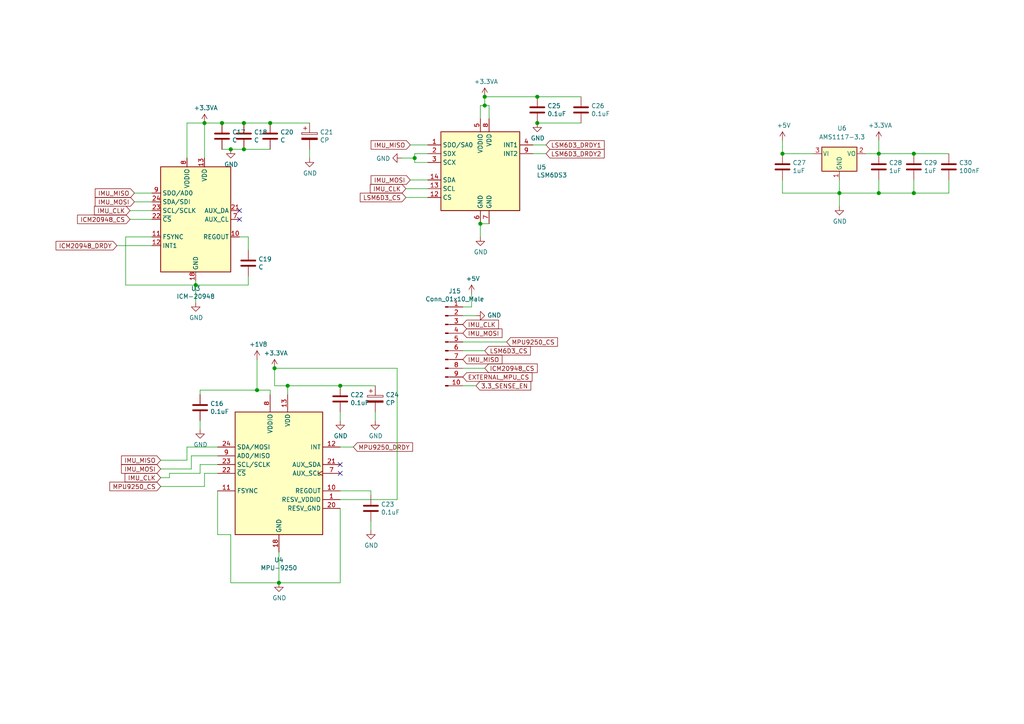
<source format=kicad_sch>
(kicad_sch (version 20200828) (generator eeschema)
  (page 6 11)
  (paper "A4")
  (lib_symbols
    (symbol "Connector:Conn_01x10_Male" (pin_names (offset 1.016) hide)
      (property "Reference" "J" (at 0 12.7 0))
      (property "Value" "Conn_01x10_Male" (at 0 -15.24 0))
      (symbol "Conn_01x10_Male_1_1"
        (rectangle (start 0.8636 -12.573) (end 0 -12.827) (stroke (width 0.1524)) (fill (type outline)))
        (rectangle (start 0.8636 -10.033) (end 0 -10.287) (stroke (width 0.1524)) (fill (type outline)))
        (rectangle (start 0.8636 -7.493) (end 0 -7.747) (stroke (width 0.1524)) (fill (type outline)))
        (rectangle (start 0.8636 -4.953) (end 0 -5.207) (stroke (width 0.1524)) (fill (type outline)))
        (rectangle (start 0.8636 -2.413) (end 0 -2.667) (stroke (width 0.1524)) (fill (type outline)))
        (rectangle (start 0.8636 0.127) (end 0 -0.127) (stroke (width 0.1524)) (fill (type outline)))
        (rectangle (start 0.8636 2.667) (end 0 2.413) (stroke (width 0.1524)) (fill (type outline)))
        (rectangle (start 0.8636 5.207) (end 0 4.953) (stroke (width 0.1524)) (fill (type outline)))
        (rectangle (start 0.8636 7.747) (end 0 7.493) (stroke (width 0.1524)) (fill (type outline)))
        (rectangle (start 0.8636 10.287) (end 0 10.033) (stroke (width 0.1524)) (fill (type outline)))
        (polyline (pts (xy 1.27 -12.7) (xy 0.8636 -12.7)) (stroke (width 0.1524)))
        (polyline (pts (xy 1.27 -10.16) (xy 0.8636 -10.16)) (stroke (width 0.1524)))
        (polyline (pts (xy 1.27 -7.62) (xy 0.8636 -7.62)) (stroke (width 0.1524)))
        (polyline (pts (xy 1.27 -5.08) (xy 0.8636 -5.08)) (stroke (width 0.1524)))
        (polyline (pts (xy 1.27 -2.54) (xy 0.8636 -2.54)) (stroke (width 0.1524)))
        (polyline (pts (xy 1.27 0) (xy 0.8636 0)) (stroke (width 0.1524)))
        (polyline (pts (xy 1.27 2.54) (xy 0.8636 2.54)) (stroke (width 0.1524)))
        (polyline (pts (xy 1.27 5.08) (xy 0.8636 5.08)) (stroke (width 0.1524)))
        (polyline (pts (xy 1.27 7.62) (xy 0.8636 7.62)) (stroke (width 0.1524)))
        (polyline (pts (xy 1.27 10.16) (xy 0.8636 10.16)) (stroke (width 0.1524)))
        (pin passive line (at 5.08 10.16 180) (length 3.81) (name "Pin_1") (number "1"))
        (pin passive line (at 5.08 -12.7 180) (length 3.81) (name "Pin_10") (number "10"))
        (pin passive line (at 5.08 7.62 180) (length 3.81) (name "Pin_2") (number "2"))
        (pin passive line (at 5.08 5.08 180) (length 3.81) (name "Pin_3") (number "3"))
        (pin passive line (at 5.08 2.54 180) (length 3.81) (name "Pin_4") (number "4"))
        (pin passive line (at 5.08 0 180) (length 3.81) (name "Pin_5") (number "5"))
        (pin passive line (at 5.08 -2.54 180) (length 3.81) (name "Pin_6") (number "6"))
        (pin passive line (at 5.08 -5.08 180) (length 3.81) (name "Pin_7") (number "7"))
        (pin passive line (at 5.08 -7.62 180) (length 3.81) (name "Pin_8") (number "8"))
        (pin passive line (at 5.08 -10.16 180) (length 3.81) (name "Pin_9") (number "9"))
      )
    )
    (symbol "Device:C" (pin_numbers hide) (pin_names (offset 0.254))
      (property "Reference" "C" (at 0.635 2.54 0))
      (property "Value" "C" (at 0.635 -2.54 0))
      (symbol "C_0_1"
        (polyline (pts (xy -2.032 -0.762) (xy 2.032 -0.762)) (stroke (width 0.508)))
        (polyline (pts (xy -2.032 0.762) (xy 2.032 0.762)) (stroke (width 0.508)))
      )
      (symbol "C_1_1"
        (pin passive line (at 0 3.81 270) (length 2.794) (name "~") (number "1"))
        (pin passive line (at 0 -3.81 90) (length 2.794) (name "~") (number "2"))
      )
    )
    (symbol "Device:CP" (pin_numbers hide) (pin_names (offset 0.254))
      (property "Reference" "C" (at 0.635 2.54 0))
      (property "Value" "CP" (at 0.635 -2.54 0))
      (symbol "CP_0_1"
        (rectangle (start -2.286 0.508) (end 2.286 1.016))
        (rectangle (start 2.286 -0.508) (end -2.286 -1.016) (fill (type outline)))
        (polyline (pts (xy -1.778 2.286) (xy -0.762 2.286)))
        (polyline (pts (xy -1.27 2.794) (xy -1.27 1.778)))
      )
      (symbol "CP_1_1"
        (pin passive line (at 0 3.81 270) (length 2.794) (name "~") (number "1"))
        (pin passive line (at 0 -3.81 90) (length 2.794) (name "~") (number "2"))
      )
    )
    (symbol "Regulator_Linear:AMS1117-3.3" (pin_names (offset 0.254))
      (property "Reference" "U" (at -3.81 3.175 0))
      (property "Value" "AMS1117-3.3" (at 0 3.175 0))
      (symbol "AMS1117-3.3_0_1"
        (rectangle (start -5.08 -5.08) (end 5.08 1.905) (stroke (width 0.254)) (fill (type background)))
      )
      (symbol "AMS1117-3.3_1_1"
        (pin power_in line (at 0 -7.62 90) (length 2.54) (name "GND") (number "1"))
        (pin power_out line (at 7.62 0 180) (length 2.54) (name "VO") (number "2"))
        (pin power_in line (at -7.62 0 0) (length 2.54) (name "VI") (number "3"))
      )
    )
    (symbol "Sensor_Motion:ICM-20948"
      (property "Reference" "U" (at -11.43 16.51 0))
      (property "Value" "ICM-20948" (at 7.62 -16.51 0))
      (symbol "ICM-20948_0_1"
        (rectangle (start -10.16 15.24) (end 10.16 -15.24) (stroke (width 0.254)) (fill (type background)))
      )
      (symbol "ICM-20948_1_1"
        (pin unconnected line (at -10.16 12.7 0) (length 2.54) hide (name "NC") (number "1"))
        (pin passive line (at 12.7 -5.08 180) (length 2.54) (name "REGOUT") (number "10"))
        (pin input line (at -12.7 -5.08 0) (length 2.54) (name "FSYNC") (number "11"))
        (pin output line (at -12.7 -7.62 0) (length 2.54) (name "INT1") (number "12"))
        (pin power_in line (at 2.54 17.78 270) (length 2.54) (name "VDD") (number "13"))
        (pin unconnected line (at 10.16 7.62 180) (length 2.54) hide (name "NC") (number "14"))
        (pin unconnected line (at 10.16 5.08 180) (length 2.54) hide (name "NC") (number "15"))
        (pin unconnected line (at 10.16 -7.62 180) (length 2.54) hide (name "NC") (number "16"))
        (pin unconnected line (at 10.16 -10.16 180) (length 2.54) hide (name "NC") (number "17"))
        (pin power_in line (at 0 -17.78 90) (length 2.54) (name "GND") (number "18"))
        (pin unconnected line (at 10.16 -12.7 180) (length 2.54) hide (name "RESV") (number "19"))
        (pin unconnected line (at -10.16 10.16 0) (length 2.54) hide (name "NC") (number "2"))
        (pin passive line (at 0 -17.78 90) (length 2.54) hide (name "GND") (number "20"))
        (pin bidirectional line (at 12.7 2.54 180) (length 2.54) (name "AUX_DA") (number "21"))
        (pin input line (at -12.7 0 0) (length 2.54) (name "~CS") (number "22"))
        (pin input line (at -12.7 2.54 0) (length 2.54) (name "SCL/SCLK") (number "23"))
        (pin bidirectional line (at -12.7 5.08 0) (length 2.54) (name "SDA/SDI") (number "24"))
        (pin unconnected line (at -10.16 -2.54 0) (length 2.54) hide (name "NC") (number "3"))
        (pin unconnected line (at -10.16 -10.16 0) (length 2.54) hide (name "NC") (number "4"))
        (pin unconnected line (at -10.16 -12.7 0) (length 2.54) hide (name "NC") (number "5"))
        (pin unconnected line (at 10.16 10.16 180) (length 2.54) hide (name "NC") (number "6"))
        (pin output line (at 12.7 0 180) (length 2.54) (name "AUX_CL") (number "7"))
        (pin power_in line (at -2.54 17.78 270) (length 2.54) (name "VDDIO") (number "8"))
        (pin bidirectional line (at -12.7 7.62 0) (length 2.54) (name "SDO/AD0") (number "9"))
      )
    )
    (symbol "Sensor_Motion:LSM6DS3"
      (property "Reference" "U" (at -11.43 15.24 0))
      (property "Value" "LSM6DS3" (at -11.43 12.7 0))
      (symbol "LSM6DS3_0_1"
        (rectangle (start 11.43 11.43) (end -11.43 -11.43) (stroke (width 0.254)) (fill (type background)))
      )
      (symbol "LSM6DS3_1_1"
        (pin bidirectional line (at -15.24 7.62 0) (length 3.81) (name "SDO/SA0") (number "1"))
        (pin unconnected line (at 10.16 -5.08 180) (length 3.81) hide (name "NC") (number "10"))
        (pin unconnected line (at 10.16 -2.54 180) (length 3.81) hide (name "NC") (number "11"))
        (pin input line (at -15.24 -7.62 0) (length 3.81) (name "CS") (number "12"))
        (pin input line (at -15.24 -5.08 0) (length 3.81) (name "SCL") (number "13"))
        (pin bidirectional line (at -15.24 -2.54 0) (length 3.81) (name "SDA") (number "14"))
        (pin bidirectional line (at -15.24 5.08 0) (length 3.81) (name "SDX") (number "2"))
        (pin input line (at -15.24 2.54 0) (length 3.81) (name "SCX") (number "3"))
        (pin output line (at 15.24 7.62 180) (length 3.81) (name "INT1") (number "4"))
        (pin power_in line (at 0 15.24 270) (length 3.81) (name "VDDIO") (number "5"))
        (pin power_in line (at 0 -15.24 90) (length 3.81) (name "GND") (number "6"))
        (pin power_in line (at 2.54 -15.24 90) (length 3.81) (name "GND") (number "7"))
        (pin power_in line (at 2.54 15.24 270) (length 3.81) (name "VDD") (number "8"))
        (pin output line (at 15.24 5.08 180) (length 3.81) (name "INT2") (number "9"))
      )
    )
    (symbol "Sensor_Motion:MPU-9250"
      (property "Reference" "U" (at -11.43 19.05 0))
      (property "Value" "MPU-9250" (at 7.62 -19.05 0))
      (symbol "MPU-9250_0_1"
        (rectangle (start -12.7 17.78) (end 12.7 -17.78) (stroke (width 0.254)) (fill (type background)))
      )
      (symbol "MPU-9250_1_1"
        (pin input line (at 17.78 -7.62 180) (length 5.08) (name "RESV_VDDIO") (number "1"))
        (pin passive line (at 17.78 -5.08 180) (length 5.08) (name "REGOUT") (number "10"))
        (pin input line (at -17.78 -5.08 0) (length 5.08) (name "FSYNC") (number "11"))
        (pin output line (at 17.78 7.62 180) (length 5.08) (name "INT") (number "12"))
        (pin power_in line (at 2.54 22.86 270) (length 5.08) (name "VDD") (number "13"))
        (pin power_in line (at 0 -22.86 90) (length 5.08) (name "GND") (number "18"))
        (pin power_in line (at 17.78 -10.16 180) (length 5.08) (name "RESV_GND") (number "20"))
        (pin bidirectional line (at 17.78 2.54 180) (length 5.08) (name "AUX_SDA") (number "21"))
        (pin input line (at -17.78 0 0) (length 5.08) (name "~CS") (number "22"))
        (pin input line (at -17.78 2.54 0) (length 5.08) (name "SCL/SCLK") (number "23"))
        (pin bidirectional line (at -17.78 7.62 0) (length 5.08) (name "SDA/MOSI") (number "24"))
        (pin output clock (at 17.78 0 180) (length 5.08) (name "AUX_SCL") (number "7"))
        (pin power_in line (at -2.54 22.86 270) (length 5.08) (name "VDDIO") (number "8"))
        (pin bidirectional line (at -17.78 5.08 0) (length 5.08) (name "AD0/MISO") (number "9"))
      )
    )
    (symbol "power:+1V8" (power) (pin_names (offset 0))
      (property "Value" "+1V8" (at 0 3.556 0))
      (symbol "+1V8_0_1"
        (polyline (pts (xy -0.762 1.27) (xy 0 2.54)))
        (polyline (pts (xy 0 0) (xy 0 2.54)))
        (polyline (pts (xy 0 2.54) (xy 0.762 1.27)))
      )
      (symbol "+1V8_1_1"
        (pin power_in line (at 0 0 90) (length 0) hide (name "+1V8") (number "1"))
      )
    )
    (symbol "power:+3.3VA" (power) (pin_names (offset 0))
      (property "Value" "+3.3VA" (at 0 3.556 0))
      (symbol "+3.3VA_0_1"
        (polyline (pts (xy -0.762 1.27) (xy 0 2.54)))
        (polyline (pts (xy 0 0) (xy 0 2.54)))
        (polyline (pts (xy 0 2.54) (xy 0.762 1.27)))
      )
      (symbol "+3.3VA_1_1"
        (pin power_in line (at 0 0 90) (length 0) hide (name "+3.3VA") (number "1"))
      )
    )
    (symbol "power:+5V" (power) (pin_names (offset 0))
      (property "Value" "+5V" (at 0 3.556 0))
      (symbol "+5V_0_1"
        (polyline (pts (xy -0.762 1.27) (xy 0 2.54)))
        (polyline (pts (xy 0 0) (xy 0 2.54)))
        (polyline (pts (xy 0 2.54) (xy 0.762 1.27)))
      )
      (symbol "+5V_1_1"
        (pin power_in line (at 0 0 90) (length 0) hide (name "+5V") (number "1"))
      )
    )
    (symbol "power:GND" (power) (pin_names (offset 0))
      (property "Value" "GND" (at 0 -3.81 0))
      (symbol "GND_0_1"
        (polyline (pts (xy 0 0) (xy 0 -1.27) (xy 1.27 -1.27) (xy 0 -2.54) (xy -1.27 -1.27) (xy 0 -1.27)))
      )
      (symbol "GND_1_1"
        (pin power_in line (at 0 0 270) (length 0) hide (name "GND") (number "1"))
      )
    )
  )
  (junction (at 56.769 82.677) (diameter 1.016))
  (junction (at 59.309 35.687) (diameter 1.016))
  (junction (at 64.389 35.687) (diameter 1.016))
  (junction (at 66.929 43.307) (diameter 1.016))
  (junction (at 70.739 35.687) (diameter 1.016))
  (junction (at 70.739 43.307) (diameter 1.016))
  (junction (at 74.549 113.157) (diameter 1.016))
  (junction (at 78.359 35.687) (diameter 1.016))
  (junction (at 79.629 106.807) (diameter 1.016))
  (junction (at 80.899 169.037) (diameter 1.016))
  (junction (at 83.439 111.887) (diameter 1.016))
  (junction (at 98.679 111.887) (diameter 1.016))
  (junction (at 120.269 45.847) (diameter 1.016))
  (junction (at 139.319 64.897) (diameter 1.016))
  (junction (at 140.589 28.067) (diameter 1.016))
  (junction (at 140.589 30.607) (diameter 1.016))
  (junction (at 155.829 28.067) (diameter 1.016))
  (junction (at 155.829 35.687) (diameter 1.016))
  (junction (at 226.949 44.577) (diameter 1.016))
  (junction (at 243.459 56.007) (diameter 1.016))
  (junction (at 254.889 44.577) (diameter 1.016))
  (junction (at 254.889 56.007) (diameter 1.016))
  (junction (at 265.049 44.577) (diameter 1.016))
  (junction (at 265.049 56.007) (diameter 1.016))
  (no_connect (at 69.469 61.087))
  (no_connect (at 98.679 134.747))
  (no_connect (at 98.679 137.287))
  (no_connect (at 69.469 63.627))
  (wire (pts (xy 33.909 71.247) (xy 44.069 71.247)))
  (wire (pts (xy 36.449 68.707) (xy 36.449 82.677)))
  (wire (pts (xy 36.449 82.677) (xy 56.769 82.677)))
  (wire (pts (xy 37.719 61.087) (xy 44.069 61.087)))
  (wire (pts (xy 37.719 63.627) (xy 44.069 63.627)))
  (wire (pts (xy 38.989 58.547) (xy 44.069 58.547)))
  (wire (pts (xy 44.069 56.007) (xy 38.989 56.007)))
  (wire (pts (xy 44.069 68.707) (xy 36.449 68.707)))
  (wire (pts (xy 46.609 133.477) (xy 54.229 133.477)))
  (wire (pts (xy 46.609 141.097) (xy 59.309 141.097)))
  (wire (pts (xy 49.149 137.287) (xy 49.149 138.557)))
  (wire (pts (xy 49.149 137.287) (xy 58.039 137.287)))
  (wire (pts (xy 49.149 138.557) (xy 46.609 138.557)))
  (wire (pts (xy 54.229 35.687) (xy 54.229 45.847)))
  (wire (pts (xy 54.229 129.667) (xy 54.229 133.477)))
  (wire (pts (xy 54.229 129.667) (xy 63.119 129.667)))
  (wire (pts (xy 55.499 132.207) (xy 55.499 136.017)))
  (wire (pts (xy 55.499 136.017) (xy 46.609 136.017)))
  (wire (pts (xy 56.769 82.677) (xy 56.769 81.407)))
  (wire (pts (xy 56.769 82.677) (xy 56.769 87.757)))
  (wire (pts (xy 58.039 113.157) (xy 58.039 114.427)))
  (wire (pts (xy 58.039 113.157) (xy 74.549 113.157)))
  (wire (pts (xy 58.039 122.047) (xy 58.039 124.587)))
  (wire (pts (xy 58.039 134.747) (xy 63.119 134.747)))
  (wire (pts (xy 58.039 137.287) (xy 58.039 134.747)))
  (wire (pts (xy 59.309 35.687) (xy 54.229 35.687)))
  (wire (pts (xy 59.309 35.687) (xy 59.309 45.847)))
  (wire (pts (xy 59.309 35.687) (xy 64.389 35.687)))
  (wire (pts (xy 59.309 137.287) (xy 63.119 137.287)))
  (wire (pts (xy 59.309 141.097) (xy 59.309 137.287)))
  (wire (pts (xy 63.119 132.207) (xy 55.499 132.207)))
  (wire (pts (xy 63.119 142.367) (xy 63.119 155.067)))
  (wire (pts (xy 63.119 155.067) (xy 66.929 155.067)))
  (wire (pts (xy 64.389 35.687) (xy 70.739 35.687)))
  (wire (pts (xy 64.389 43.307) (xy 66.929 43.307)))
  (wire (pts (xy 66.929 43.307) (xy 70.739 43.307)))
  (wire (pts (xy 66.929 169.037) (xy 66.929 155.067)))
  (wire (pts (xy 66.929 169.037) (xy 80.899 169.037)))
  (wire (pts (xy 69.469 68.707) (xy 72.009 68.707)))
  (wire (pts (xy 70.739 35.687) (xy 78.359 35.687)))
  (wire (pts (xy 72.009 68.707) (xy 72.009 72.517)))
  (wire (pts (xy 72.009 80.137) (xy 72.009 82.677)))
  (wire (pts (xy 72.009 82.677) (xy 56.769 82.677)))
  (wire (pts (xy 74.549 104.267) (xy 74.549 113.157)))
  (wire (pts (xy 74.549 113.157) (xy 78.359 113.157)))
  (wire (pts (xy 78.359 43.307) (xy 70.739 43.307)))
  (wire (pts (xy 78.359 113.157) (xy 78.359 114.427)))
  (wire (pts (xy 79.629 106.807) (xy 79.629 111.887)))
  (wire (pts (xy 80.899 160.147) (xy 80.899 169.037)))
  (wire (pts (xy 83.439 111.887) (xy 79.629 111.887)))
  (wire (pts (xy 83.439 111.887) (xy 98.679 111.887)))
  (wire (pts (xy 83.439 114.427) (xy 83.439 111.887)))
  (wire (pts (xy 89.789 35.687) (xy 78.359 35.687)))
  (wire (pts (xy 89.789 43.307) (xy 89.789 45.847)))
  (wire (pts (xy 98.679 111.887) (xy 108.839 111.887)))
  (wire (pts (xy 98.679 119.507) (xy 98.679 122.047)))
  (wire (pts (xy 98.679 142.367) (xy 107.569 142.367)))
  (wire (pts (xy 98.679 144.907) (xy 115.189 144.907)))
  (wire (pts (xy 98.679 147.447) (xy 98.679 169.037)))
  (wire (pts (xy 98.679 169.037) (xy 80.899 169.037)))
  (wire (pts (xy 102.489 129.667) (xy 98.679 129.667)))
  (wire (pts (xy 107.569 142.367) (xy 107.569 143.637)))
  (wire (pts (xy 107.569 153.797) (xy 107.569 151.257)))
  (wire (pts (xy 108.839 119.507) (xy 108.839 122.047)))
  (wire (pts (xy 115.189 106.807) (xy 79.629 106.807)))
  (wire (pts (xy 115.189 144.907) (xy 115.189 106.807)))
  (wire (pts (xy 116.459 45.847) (xy 120.269 45.847)))
  (wire (pts (xy 117.729 54.737) (xy 124.079 54.737)))
  (wire (pts (xy 117.729 57.277) (xy 124.079 57.277)))
  (wire (pts (xy 118.999 52.197) (xy 124.079 52.197)))
  (wire (pts (xy 120.269 44.577) (xy 120.269 45.847)))
  (wire (pts (xy 120.269 45.847) (xy 120.269 47.117)))
  (wire (pts (xy 120.269 47.117) (xy 124.079 47.117)))
  (wire (pts (xy 124.079 42.037) (xy 118.999 42.037)))
  (wire (pts (xy 124.079 44.577) (xy 120.269 44.577)))
  (wire (pts (xy 134.239 89.027) (xy 136.779 89.027)))
  (wire (pts (xy 134.239 91.567) (xy 138.049 91.567)))
  (wire (pts (xy 134.239 111.887) (xy 138.049 111.887)))
  (wire (pts (xy 136.779 89.027) (xy 136.779 85.217)))
  (wire (pts (xy 139.319 30.607) (xy 140.589 30.607)))
  (wire (pts (xy 139.319 34.417) (xy 139.319 30.607)))
  (wire (pts (xy 139.319 64.897) (xy 141.859 64.897)))
  (wire (pts (xy 139.319 68.707) (xy 139.319 64.897)))
  (wire (pts (xy 140.589 28.067) (xy 155.829 28.067)))
  (wire (pts (xy 140.589 30.607) (xy 140.589 28.067)))
  (wire (pts (xy 140.589 30.607) (xy 141.859 30.607)))
  (wire (pts (xy 140.589 101.727) (xy 134.239 101.727)))
  (wire (pts (xy 140.589 106.807) (xy 134.239 106.807)))
  (wire (pts (xy 141.859 30.607) (xy 141.859 34.417)))
  (wire (pts (xy 146.939 99.187) (xy 134.239 99.187)))
  (wire (pts (xy 155.829 28.067) (xy 168.529 28.067)))
  (wire (pts (xy 155.829 35.687) (xy 168.529 35.687)))
  (wire (pts (xy 158.369 42.037) (xy 154.559 42.037)))
  (wire (pts (xy 158.369 44.577) (xy 154.559 44.577)))
  (wire (pts (xy 226.949 44.577) (xy 226.949 40.767)))
  (wire (pts (xy 226.949 44.577) (xy 235.839 44.577)))
  (wire (pts (xy 226.949 52.197) (xy 226.949 56.007)))
  (wire (pts (xy 226.949 56.007) (xy 243.459 56.007)))
  (wire (pts (xy 243.459 52.197) (xy 243.459 54.737)))
  (wire (pts (xy 243.459 56.007) (xy 243.459 54.737)))
  (wire (pts (xy 243.459 56.007) (xy 243.459 59.817)))
  (wire (pts (xy 243.459 56.007) (xy 254.889 56.007)))
  (wire (pts (xy 251.079 44.577) (xy 254.889 44.577)))
  (wire (pts (xy 254.889 44.577) (xy 254.889 40.767)))
  (wire (pts (xy 254.889 44.577) (xy 265.049 44.577)))
  (wire (pts (xy 254.889 52.197) (xy 254.889 56.007)))
  (wire (pts (xy 254.889 56.007) (xy 265.049 56.007)))
  (wire (pts (xy 265.049 44.577) (xy 275.209 44.577)))
  (wire (pts (xy 265.049 52.197) (xy 265.049 56.007)))
  (wire (pts (xy 265.049 56.007) (xy 275.209 56.007)))
  (wire (pts (xy 275.209 52.197) (xy 275.209 56.007)))
  (global_label "ICM20948_DRDY" (shape input) (at 33.909 71.247 180))
  (global_label "IMU_CLK" (shape input) (at 37.719 61.087 180))
  (global_label "ICM20948_CS" (shape input) (at 37.719 63.627 180))
  (global_label "IMU_MISO" (shape input) (at 38.989 56.007 180))
  (global_label "IMU_MOSI" (shape input) (at 38.989 58.547 180))
  (global_label "IMU_MISO" (shape input) (at 46.609 133.477 180))
  (global_label "IMU_MOSI" (shape input) (at 46.609 136.017 180))
  (global_label "IMU_CLK" (shape input) (at 46.609 138.557 180))
  (global_label "MPU9250_CS" (shape input) (at 46.609 141.097 180))
  (global_label "MPU9250_DRDY" (shape input) (at 102.489 129.667 0))
  (global_label "IMU_CLK" (shape input) (at 117.729 54.737 180))
  (global_label "LSM6D3_CS" (shape input) (at 117.729 57.277 180))
  (global_label "IMU_MISO" (shape input) (at 118.999 42.037 180))
  (global_label "IMU_MOSI" (shape input) (at 118.999 52.197 180))
  (global_label "IMU_CLK" (shape input) (at 134.239 94.107 0))
  (global_label "IMU_MOSI" (shape input) (at 134.239 96.647 0))
  (global_label "IMU_MISO" (shape input) (at 134.239 104.267 0))
  (global_label "EXTERNAL_MPU_CS" (shape input) (at 134.239 109.347 0))
  (global_label "3.3_SENSE_EN" (shape input) (at 138.049 111.887 0))
  (global_label "LSM6D3_CS" (shape input) (at 140.589 101.727 0))
  (global_label "ICM20948_CS" (shape input) (at 140.589 106.807 0))
  (global_label "MPU9250_CS" (shape input) (at 146.939 99.187 0))
  (global_label "LSM6D3_DRDY1" (shape input) (at 158.369 42.037 0))
  (global_label "LSM6D3_DRDY2" (shape input) (at 158.369 44.577 0))
  (symbol (lib_id "power:+3.3VA") (at 59.309 35.687 0) (unit 1)
    (property "Reference" "#PWR0146" (effects hide))
    (property "Value" "+3.3VA" (at 59.69 31.2928 0))
  )
  (symbol (lib_id "power:+1V8") (at 74.549 104.267 0) (unit 1)
    (property "Reference" "#PWR0153" (effects hide))
    (property "Value" "+1V8" (at 74.93 99.8728 0))
  )
  (symbol (lib_id "power:+3.3VA") (at 79.629 106.807 0) (unit 1)
    (property "Reference" "#PWR0152" (effects hide))
    (property "Value" "+3.3VA" (at 80.01 102.4128 0))
  )
  (symbol (lib_id "power:+5V") (at 136.779 85.217 0) (unit 1)
    (property "Reference" "#PWR0159" (effects hide))
    (property "Value" "+5V" (at 137.16 80.8228 0))
  )
  (symbol (lib_id "power:+3.3VA") (at 140.589 28.067 0) (unit 1)
    (property "Reference" "#PWR0160" (effects hide))
    (property "Value" "+3.3VA" (at 140.97 23.6728 0))
  )
  (symbol (lib_id "power:+5V") (at 226.949 40.767 0) (unit 1)
    (property "Reference" "#PWR0151" (effects hide))
    (property "Value" "+5V" (at 227.33 36.3728 0))
  )
  (symbol (lib_id "power:+3.3VA") (at 254.889 40.767 0) (unit 1)
    (property "Reference" "#PWR0150" (effects hide))
    (property "Value" "+3.3VA" (at 255.27 36.3728 0))
  )
  (symbol (lib_id "power:GND") (at 56.769 87.757 0) (unit 1)
    (property "Reference" "#PWR0147" (effects hide))
    (property "Value" "GND" (at 56.896 92.1512 0))
  )
  (symbol (lib_id "power:GND") (at 58.039 124.587 0) (unit 1)
    (property "Reference" "#PWR0145" (effects hide))
    (property "Value" "GND" (at 58.166 128.9812 0))
  )
  (symbol (lib_id "power:GND") (at 66.929 43.307 0) (unit 1)
    (property "Reference" "#PWR0148" (effects hide))
    (property "Value" "GND" (at 67.056 47.7012 0))
  )
  (symbol (lib_id "power:GND") (at 80.899 169.037 0) (unit 1)
    (property "Reference" "#PWR0143" (effects hide))
    (property "Value" "GND" (at 81.026 173.4312 0))
  )
  (symbol (lib_id "power:GND") (at 89.789 45.847 0) (unit 1)
    (property "Reference" "#PWR0157" (effects hide))
    (property "Value" "GND" (at 89.916 50.2412 0))
  )
  (symbol (lib_id "power:GND") (at 98.679 122.047 0) (unit 1)
    (property "Reference" "#PWR0155" (effects hide))
    (property "Value" "GND" (at 98.806 126.4412 0))
  )
  (symbol (lib_id "power:GND") (at 107.569 153.797 0) (unit 1)
    (property "Reference" "#PWR0144" (effects hide))
    (property "Value" "GND" (at 107.696 158.1912 0))
  )
  (symbol (lib_id "power:GND") (at 108.839 122.047 0) (unit 1)
    (property "Reference" "#PWR0154" (effects hide))
    (property "Value" "GND" (at 108.966 126.4412 0))
  )
  (symbol (lib_id "power:GND") (at 116.459 45.847 270) (unit 1)
    (property "Reference" "#PWR0156" (effects hide))
    (property "Value" "GND" (at 113.2078 45.974 90) (effects (justify right)))
  )
  (symbol (lib_id "power:GND") (at 138.049 91.567 90) (unit 1)
    (property "Reference" "#PWR0158" (effects hide))
    (property "Value" "GND" (at 141.3002 91.44 90) (effects (justify right)))
  )
  (symbol (lib_id "power:GND") (at 139.319 68.707 0) (unit 1)
    (property "Reference" "#PWR0161" (effects hide))
    (property "Value" "GND" (at 139.446 73.1012 0))
  )
  (symbol (lib_id "power:GND") (at 155.829 35.687 0) (unit 1)
    (property "Reference" "#PWR0162" (effects hide))
    (property "Value" "GND" (at 155.956 40.0812 0))
  )
  (symbol (lib_id "power:GND") (at 243.459 59.817 0) (unit 1)
    (property "Reference" "#PWR0149" (effects hide))
    (property "Value" "GND" (at 243.586 64.2112 0))
  )
  (symbol (lib_id "Device:C") (at 58.039 118.237 0) (unit 1)
    (property "Reference" "C16" (at 60.96 117.0686 0) (effects (justify left)))
    (property "Value" "0.1uF" (at 60.96 119.38 0) (effects (justify left)))
    (property "Footprint" "Capacitor_SMD:C_0603_1608Metric" (effects hide))
  )
  (symbol (lib_id "Device:C") (at 64.389 39.497 0) (unit 1)
    (property "Reference" "C17" (at 67.31 38.3286 0) (effects (justify left)))
    (property "Value" "C" (at 67.31 40.64 0) (effects (justify left)))
    (property "Footprint" "Capacitor_SMD:C_0402_1005Metric" (effects hide))
  )
  (symbol (lib_id "Device:C") (at 70.739 39.497 0) (unit 1)
    (property "Reference" "C18" (at 73.66 38.3286 0) (effects (justify left)))
    (property "Value" "C" (at 73.66 40.64 0) (effects (justify left)))
    (property "Footprint" "Capacitor_SMD:C_0402_1005Metric" (effects hide))
  )
  (symbol (lib_id "Device:C") (at 72.009 76.327 0) (unit 1)
    (property "Reference" "C19" (at 74.93 75.1586 0) (effects (justify left)))
    (property "Value" "C" (at 74.93 77.47 0) (effects (justify left)))
    (property "Footprint" "Capacitor_SMD:C_0402_1005Metric" (effects hide))
  )
  (symbol (lib_id "Device:C") (at 78.359 39.497 0) (unit 1)
    (property "Reference" "C20" (at 81.28 38.3286 0) (effects (justify left)))
    (property "Value" "C" (at 81.28 40.64 0) (effects (justify left)))
    (property "Footprint" "Capacitor_SMD:C_0402_1005Metric" (effects hide))
  )
  (symbol (lib_id "Device:CP") (at 89.789 39.497 0) (unit 1)
    (property "Reference" "C21" (at 92.7862 38.3286 0) (effects (justify left)))
    (property "Value" "CP" (at 92.7862 40.64 0) (effects (justify left)))
    (property "Footprint" "Capacitor_SMD:C_0603_1608Metric" (effects hide))
  )
  (symbol (lib_id "Device:C") (at 98.679 115.697 0) (unit 1)
    (property "Reference" "C22" (at 101.6 114.5286 0) (effects (justify left)))
    (property "Value" "0.1uF" (at 101.6 116.84 0) (effects (justify left)))
    (property "Footprint" "Capacitor_SMD:C_0603_1608Metric" (effects hide))
  )
  (symbol (lib_id "Device:C") (at 107.569 147.447 0) (unit 1)
    (property "Reference" "C23" (at 110.49 146.2786 0) (effects (justify left)))
    (property "Value" "0.1uF" (at 110.49 148.59 0) (effects (justify left)))
    (property "Footprint" "Capacitor_SMD:C_0603_1608Metric" (effects hide))
  )
  (symbol (lib_id "Device:CP") (at 108.839 115.697 0) (unit 1)
    (property "Reference" "C24" (at 111.8362 114.5286 0) (effects (justify left)))
    (property "Value" "CP" (at 111.8362 116.84 0) (effects (justify left)))
    (property "Footprint" "Capacitor_SMD:C_0603_1608Metric" (effects hide))
  )
  (symbol (lib_id "Device:C") (at 155.829 31.877 0) (unit 1)
    (property "Reference" "C25" (at 158.75 30.7086 0) (effects (justify left)))
    (property "Value" "0.1uF" (at 158.75 33.02 0) (effects (justify left)))
    (property "Footprint" "Capacitor_SMD:C_1206_3216Metric" (effects hide))
  )
  (symbol (lib_id "Device:C") (at 168.529 31.877 0) (unit 1)
    (property "Reference" "C26" (at 171.45 30.7086 0) (effects (justify left)))
    (property "Value" "0.1uF" (at 171.45 33.02 0) (effects (justify left)))
    (property "Footprint" "Capacitor_SMD:C_0603_1608Metric" (effects hide))
  )
  (symbol (lib_id "Device:C") (at 226.949 48.387 0) (unit 1)
    (property "Reference" "C27" (at 229.87 47.2186 0) (effects (justify left)))
    (property "Value" "1uF" (at 229.87 49.53 0) (effects (justify left)))
    (property "Footprint" "Capacitor_SMD:C_0603_1608Metric_Pad1.05x0.95mm_HandSolder" (effects hide))
  )
  (symbol (lib_id "Device:C") (at 254.889 48.387 0) (unit 1)
    (property "Reference" "C28" (at 257.81 47.2186 0) (effects (justify left)))
    (property "Value" "1uF" (at 257.81 49.53 0) (effects (justify left)))
    (property "Footprint" "Capacitor_SMD:C_0603_1608Metric_Pad1.05x0.95mm_HandSolder" (effects hide))
  )
  (symbol (lib_id "Device:C") (at 265.049 48.387 0) (unit 1)
    (property "Reference" "C29" (at 267.97 47.2186 0) (effects (justify left)))
    (property "Value" "1uF" (at 267.97 49.53 0) (effects (justify left)))
    (property "Footprint" "Capacitor_SMD:C_0603_1608Metric_Pad1.05x0.95mm_HandSolder" (effects hide))
  )
  (symbol (lib_id "Device:C") (at 275.209 48.387 0) (unit 1)
    (property "Reference" "C30" (at 278.13 47.2186 0) (effects (justify left)))
    (property "Value" "100nF" (at 278.13 49.53 0) (effects (justify left)))
    (property "Footprint" "Capacitor_SMD:C_0603_1608Metric_Pad1.05x0.95mm_HandSolder" (effects hide))
  )
  (symbol (lib_id "Connector:Conn_01x10_Male") (at 129.159 99.187 0) (unit 1)
    (property "Reference" "J15" (at 131.9022 84.4296 0))
    (property "Value" "Conn_01x10_Male" (at 131.9022 86.741 0))
    (property "Footprint" "Connector_PinHeader_2.54mm:PinHeader_1x10_P2.54mm_Vertical" (effects hide))
  )
  (symbol (lib_id "Regulator_Linear:AMS1117-3.3") (at 243.459 44.577 0) (unit 1)
    (property "Reference" "U6" (at 244.221 37.211 0))
    (property "Value" "AMS1117-3.3" (at 244.221 39.751 0))
    (property "Footprint" "Package_TO_SOT_SMD:SOT-223-3_TabPin2" (effects hide))
    (property "Datasheet" "http://www.advanced-monolithic.com/pdf/ds1117.pdf" (effects hide))
  )
  (symbol (lib_id "Sensor_Motion:ICM-20948") (at 56.769 63.627 0) (unit 1)
    (property "Reference" "U3" (at 56.769 83.6676 0))
    (property "Value" "ICM-20948" (at 56.769 85.979 0))
    (property "Footprint" "Sensor_Motion:InvenSense_QFN-24_3x3mm_P0.4mm" (effects hide))
    (property "Datasheet" "http://www.invensense.com/wp-content/uploads/2016/06/DS-000189-ICM-20948-v1.3.pdf" (effects hide))
  )
  (symbol (lib_id "Sensor_Motion:LSM6DS3") (at 139.319 49.657 0) (unit 1)
    (property "Reference" "U5" (at 155.6766 48.4886 0) (effects (justify left)))
    (property "Value" "LSM6DS3" (at 155.6766 50.8 0) (effects (justify left)))
    (property "Footprint" "Package_LGA:LGA-14_3x2.5mm_P0.5mm_LayoutBorder3x4y" (effects hide))
    (property "Datasheet" "www.st.com/resource/en/datasheet/lsm6ds3.pdf" (effects hide))
  )
  (symbol (lib_id "Sensor_Motion:MPU-9250") (at 80.899 137.287 0) (unit 1)
    (property "Reference" "U4" (at 80.899 162.4076 0))
    (property "Value" "MPU-9250" (at 80.899 164.719 0))
    (property "Footprint" "Sensor_Motion:InvenSense_QFN-24_3x3mm_P0.4mm" (effects hide))
    (property "Datasheet" "https://store.invensense.com/datasheets/invensense/MPU9250REV1.0.pdf" (effects hide))
  )
)
</source>
